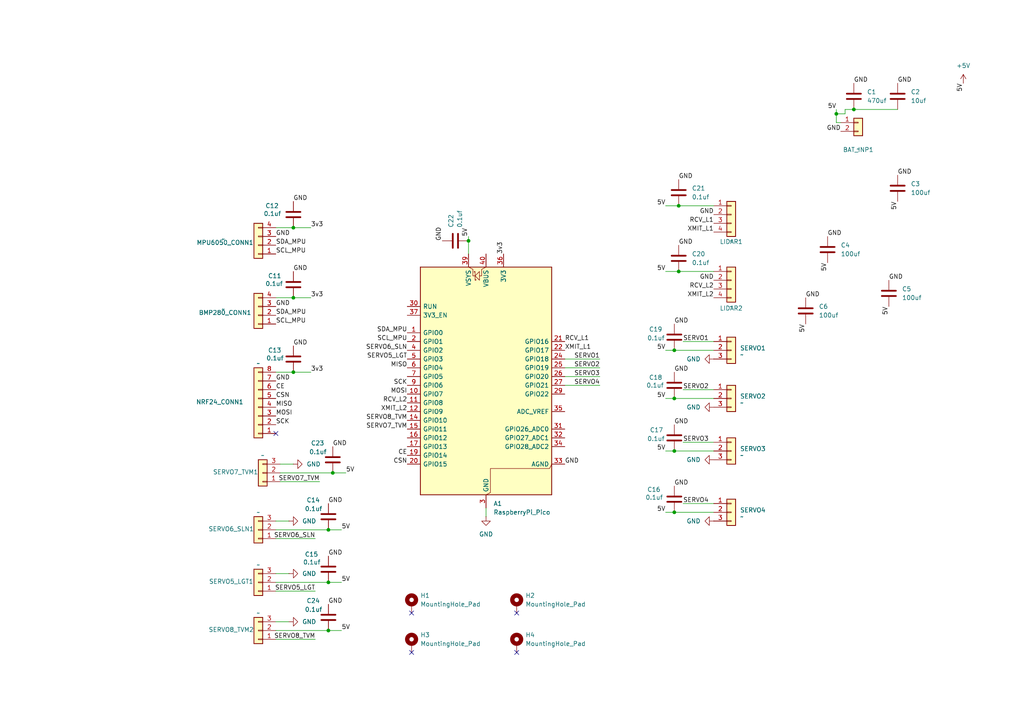
<source format=kicad_sch>
(kicad_sch (version 20250114) (generator "eeschema") (generator_version "9.0")
  (paper "A4")
  (title_block (title "ASTRA-V"))
  (lib_symbols
    (symbol "Connector_Generic:Conn_01x02" (pin_names (offset 1.016) (hide yes))
      (property "Reference" "J" (at 0 2.54 0))
      (property "Value" "Conn_01x02" (at 0 -5.08 0))
      (symbol "Conn_01x02_1_1"
        (rectangle (start -1.27 1.27) (end 1.27 -3.81) (stroke (width 0.254)) (fill (type background)))
        (rectangle (start -1.27 0.127) (end 0 -0.127) (stroke (width 0.1524)))
        (rectangle (start -1.27 -2.413) (end 0 -2.667) (stroke (width 0.1524)))
        (pin output line (at -5.08 0 0) (length 3.81) (name "Pin_1") (number "1"))
        (pin output line (at -5.08 -2.54 0) (length 3.81) (name "Pin_2") (number "2"))
      )
    )
    (symbol "Connector_Generic:Conn_01x03" (pin_names (offset 1.016) (hide yes))
      (property "Reference" "J" (at 0 5.08 0))
      (property "Value" "Conn_01x03" (at 0 -5.08 0))
      (symbol "Conn_01x03_1_1"
        (rectangle (start -1.27 3.81) (end 1.27 -3.81) (stroke (width 0.254)) (fill (type background)))
        (rectangle (start -1.27 2.667) (end 0 2.413) (stroke (width 0.1524)))
        (rectangle (start -1.27 0.127) (end 0 -0.127) (stroke (width 0.1524)))
        (rectangle (start -1.27 -2.413) (end 0 -2.667) (stroke (width 0.1524)))
        (pin passive line (at -5.08 2.54 0) (length 3.81) (name "Pin_1") (number "1"))
        (pin passive line (at -5.08 0 0) (length 3.81) (name "Pin_2") (number "2"))
        (pin passive line (at -5.08 -2.54 0) (length 3.81) (name "Pin_3") (number "3"))
      )
    )
    (symbol "Connector_Generic:Conn_01x04" (pin_names (offset 1.016) (hide yes))
      (property "Reference" "J" (at 0 5.08 0))
      (property "Value" "Conn_01x04" (at 0 -7.62 0))
      (symbol "Conn_01x04_1_1"
        (rectangle (start -1.27 3.81) (end 1.27 -6.35) (stroke (width 0.254)) (fill (type background)))
        (rectangle (start -1.27 2.667) (end 0 2.413) (stroke (width 0.1524)))
        (rectangle (start -1.27 0.127) (end 0 -0.127) (stroke (width 0.1524)))
        (rectangle (start -1.27 -2.413) (end 0 -2.667) (stroke (width 0.1524)))
        (rectangle (start -1.27 -4.953) (end 0 -5.207) (stroke (width 0.1524)))
        (pin passive line (at -5.08 2.54 0) (length 3.81) (name "Pin_1") (number "1"))
        (pin passive line (at -5.08 0 0) (length 3.81) (name "Pin_2") (number "2"))
        (pin passive line (at -5.08 -2.54 0) (length 3.81) (name "Pin_3") (number "3"))
        (pin passive line (at -5.08 -5.08 0) (length 3.81) (name "Pin_4") (number "4"))
      )
    )
    (symbol "Connector_Generic:Conn_01x08" (pin_names (offset 1.016) (hide yes))
      (property "Reference" "J" (at 0 10.16 0))
      (property "Value" "Conn_01x08" (at 0 -12.7 0))
      (symbol "Conn_01x08_1_1"
        (rectangle (start -1.27 8.89) (end 1.27 -11.43) (stroke (width 0.254)) (fill (type background)))
        (rectangle (start -1.27 7.747) (end 0 7.493) (stroke (width 0.1524)))
        (rectangle (start -1.27 5.207) (end 0 4.953) (stroke (width 0.1524)))
        (rectangle (start -1.27 2.667) (end 0 2.413) (stroke (width 0.1524)))
        (rectangle (start -1.27 0.127) (end 0 -0.127) (stroke (width 0.1524)))
        (rectangle (start -1.27 -2.413) (end 0 -2.667) (stroke (width 0.1524)))
        (rectangle (start -1.27 -4.953) (end 0 -5.207) (stroke (width 0.1524)))
        (rectangle (start -1.27 -7.493) (end 0 -7.747) (stroke (width 0.1524)))
        (rectangle (start -1.27 -10.033) (end 0 -10.287) (stroke (width 0.1524)))
        (pin passive line (at -5.08 7.62 0) (length 3.81) (name "Pin_1") (number "1"))
        (pin passive line (at -5.08 5.08 0) (length 3.81) (name "Pin_2") (number "2"))
        (pin passive line (at -5.08 2.54 0) (length 3.81) (name "Pin_3") (number "3"))
        (pin passive line (at -5.08 0 0) (length 3.81) (name "Pin_4") (number "4"))
        (pin passive line (at -5.08 -2.54 0) (length 3.81) (name "Pin_5") (number "5"))
        (pin passive line (at -5.08 -5.08 0) (length 3.81) (name "Pin_6") (number "6"))
        (pin passive line (at -5.08 -7.62 0) (length 3.81) (name "Pin_7") (number "7"))
        (pin passive line (at -5.08 -10.16 0) (length 3.81) (name "Pin_8") (number "8"))
      )
    )
    (symbol "Device:C" (pin_numbers (hide yes)) (pin_names (offset 0.254))
      (property "Reference" "C" (at 0.635 2.54 0))
      (property "Value" "C" (at 0.635 -2.54 0))
      (symbol "C_0_1"
        (polyline (pts (xy -2.032 0.762) (xy 2.032 0.762)) (stroke (width 0.508)))
        (polyline (pts (xy -2.032 -0.762) (xy 2.032 -0.762)) (stroke (width 0.508)))
      )
      (symbol "C_1_1"
        (pin passive line (at 0 3.81 270) (length 2.794) (name "~") (number "1"))
        (pin passive line (at 0 -3.81 90) (length 2.794) (name "~") (number "2"))
      )
    )
    (symbol "GND_1" (power) (pin_numbers (hide yes)) (pin_names (offset 0) (hide yes))
      (property "Value" "GND" (at 0 -3.81 0))
      (symbol "GND_1_0_1"
        (polyline (pts (xy 0 0) (xy 0 -1.27) (xy 1.27 -1.27) (xy 0 -2.54) (xy -1.27 -1.27) (xy 0 -1.27)))
      )
      (symbol "GND_1_1_1"
        (pin power_in line (at 0 0 270) (length 0) (name "~") (number "1"))
      )
    )
    (symbol "GND_2" (power) (pin_numbers (hide yes)) (pin_names (offset 0) (hide yes))
      (property "Value" "GND" (at 0 -3.81 0))
      (symbol "GND_2_0_1"
        (polyline (pts (xy 0 0) (xy 0 -1.27) (xy 1.27 -1.27) (xy 0 -2.54) (xy -1.27 -1.27) (xy 0 -1.27)))
      )
      (symbol "GND_2_1_1"
        (pin power_in line (at 0 0 270) (length 0) (name "~") (number "1"))
      )
    )
    (symbol "MCU_Module:RaspberryPi_Pico" (pin_names (offset 0.762))
      (property "Reference" "A" (at -19.05 35.56 0))
      (property "Value" "RaspberryPi_Pico" (at 7.62 35.56 0))
      (symbol "RaspberryPi_Pico_0_1"
        (rectangle (start -19.05 34.29) (end 19.05 -31.75) (stroke (width 0.254)) (fill (type background)))
        (polyline (pts (xy -5.08 34.29) (xy -3.81 33.655) (xy -3.81 31.75) (xy -3.175 31.75)))
        (polyline (pts (xy -3.429 32.766) (xy -3.429 33.02) (xy -3.175 33.02) (xy -3.175 30.48) (xy -2.921 30.48) (xy -2.921 30.734)))
        (polyline (pts (xy -3.175 31.75) (xy -1.905 33.02) (xy -1.905 30.48) (xy -3.175 31.75)))
        (polyline (pts (xy 0 34.29) (xy -1.27 33.655) (xy -1.27 31.75) (xy -1.905 31.75)))
        (polyline (pts (xy 0 -31.75) (xy 1.27 -31.115) (xy 1.27 -24.13) (xy 18.415 -24.13) (xy 19.05 -22.86)))
      )
      (symbol "RaspberryPi_Pico_1_1"
        (pin passive line (at -22.86 22.86 0) (length 3.81) (name "RUN") (number "30"))
        (pin passive line (at -22.86 20.32 0) (length 3.81) (name "3V3_EN") (number "37"))
        (pin bidirectional line (at -22.86 15.24 0) (length 3.81) (name "GPIO0") (number "1"))
        (pin bidirectional line (at -22.86 12.7 0) (length 3.81) (name "GPIO1") (number "2"))
        (pin bidirectional line (at -22.86 10.16 0) (length 3.81) (name "GPIO2") (number "4"))
        (pin bidirectional line (at -22.86 7.62 0) (length 3.81) (name "GPIO3") (number "5"))
        (pin bidirectional line (at -22.86 5.08 0) (length 3.81) (name "GPIO4") (number "6"))
        (pin bidirectional line (at -22.86 2.54 0) (length 3.81) (name "GPIO5") (number "7"))
        (pin bidirectional line (at -22.86 0 0) (length 3.81) (name "GPIO6") (number "9"))
        (pin bidirectional line (at -22.86 -2.54 0) (length 3.81) (name "GPIO7") (number "10"))
        (pin bidirectional line (at -22.86 -5.08 0) (length 3.81) (name "GPIO8") (number "11"))
        (pin bidirectional line (at -22.86 -7.62 0) (length 3.81) (name "GPIO9") (number "12"))
        (pin bidirectional line (at -22.86 -10.16 0) (length 3.81) (name "GPIO10") (number "14"))
        (pin bidirectional line (at -22.86 -12.7 0) (length 3.81) (name "GPIO11") (number "15"))
        (pin bidirectional line (at -22.86 -15.24 0) (length 3.81) (name "GPIO12") (number "16"))
        (pin bidirectional line (at -22.86 -17.78 0) (length 3.81) (name "GPIO13") (number "17"))
        (pin bidirectional line (at -22.86 -20.32 0) (length 3.81) (name "GPIO14") (number "19"))
        (pin bidirectional line (at -22.86 -22.86 0) (length 3.81) (name "GPIO15") (number "20"))
        (pin power_in line (at -5.08 38.1 270) (length 3.81) (name "VSYS") (number "39"))
        (pin power_out line (at 0 38.1 270) (length 3.81) (name "VBUS") (number "40"))
        (pin passive line (at 0 -35.56 90) (length 3.81) (hide yes) (name "GND") (number "13"))
        (pin passive line (at 0 -35.56 90) (length 3.81) (hide yes) (name "GND") (number "18"))
        (pin passive line (at 0 -35.56 90) (length 3.81) (hide yes) (name "GND") (number "23"))
        (pin passive line (at 0 -35.56 90) (length 3.81) (hide yes) (name "GND") (number "28"))
        (pin power_out line (at 0 -35.56 90) (length 3.81) (name "GND") (number "3"))
        (pin passive line (at 0 -35.56 90) (length 3.81) (hide yes) (name "GND") (number "38"))
        (pin passive line (at 0 -35.56 90) (length 3.81) (hide yes) (name "GND") (number "8"))
        (pin power_out line (at 5.08 38.1 270) (length 3.81) (name "3V3") (number "36"))
        (pin bidirectional line (at 22.86 12.7 180) (length 3.81) (name "GPIO16") (number "21"))
        (pin bidirectional line (at 22.86 10.16 180) (length 3.81) (name "GPIO17") (number "22"))
        (pin bidirectional line (at 22.86 7.62 180) (length 3.81) (name "GPIO18") (number "24"))
        (pin bidirectional line (at 22.86 5.08 180) (length 3.81) (name "GPIO19") (number "25"))
        (pin bidirectional line (at 22.86 2.54 180) (length 3.81) (name "GPIO20") (number "26"))
        (pin bidirectional line (at 22.86 0 180) (length 3.81) (name "GPIO21") (number "27"))
        (pin bidirectional line (at 22.86 -2.54 180) (length 3.81) (name "GPIO22") (number "29"))
        (pin power_in line (at 22.86 -7.62 180) (length 3.81) (name "ADC_VREF") (number "35"))
        (pin bidirectional line (at 22.86 -12.7 180) (length 3.81) (name "GPIO26_ADC0") (number "31"))
        (pin bidirectional line (at 22.86 -15.24 180) (length 3.81) (name "GPIO27_ADC1") (number "32"))
        (pin bidirectional line (at 22.86 -17.78 180) (length 3.81) (name "GPIO28_ADC2") (number "34"))
        (pin power_out line (at 22.86 -22.86 180) (length 3.81) (name "AGND") (number "33"))
      )
    )
    (symbol "Mechanical:MountingHole_Pad" (pin_numbers (hide yes)) (pin_names (offset 1.016) (hide yes)) (in_bom no)
      (property "Reference" "H" (at 0 6.35 0))
      (property "Value" "MountingHole_Pad" (at 0 4.445 0))
      (symbol "MountingHole_Pad_0_1"
        (circle (center 0 1.27) (radius 1.27) (stroke (width 1.27)))
      )
      (symbol "MountingHole_Pad_1_1"
        (pin input line (at 0 -2.54 90) (length 2.54) (name "1") (number "1"))
      )
    )
    (symbol "power:+5V" (power) (pin_numbers (hide yes)) (pin_names (offset 0) (hide yes))
      (property "Value" "+5V" (at 0 5.08 0))
      (symbol "+5V_0_1"
        (polyline (pts (xy -0.762 1.27) (xy 0 2.54)))
        (polyline (pts (xy 0 2.54) (xy 0.762 1.27)))
        (polyline (pts (xy 0 0) (xy 0 2.54)))
      )
      (symbol "+5V_1_1"
        (pin power_out line (at 0 0 90) (length 0) (name "~") (number "1"))
      )
    )
  )
  (junction (at 85.09 66.04))
  (junction (at 247.65 31.75))
  (junction (at 95.25 153.67))
  (junction (at 96.52 137.16))
  (junction (at 85.09 86.36))
  (junction (at 196.85 78.74))
  (junction (at 135.89 69.85))
  (junction (at 195.58 130.81))
  (junction (at 85.09 107.95))
  (junction (at 195.58 115.57))
  (junction (at 195.58 101.6))
  (junction (at 95.25 168.91))
  (junction (at 242.57 33.02))
  (junction (at 95.25 182.88))
  (junction (at 195.58 148.59))
  (junction (at 196.85 59.69))
  (no_connect (at 119.38 177.8))
  (no_connect (at 119.38 189.23))
  (no_connect (at 149.86 177.8))
  (no_connect (at 80.01 125.73))
  (no_connect (at 149.86 189.23))
  (wire (pts (xy 99.06 153.67) (xy 95.25 153.67)))
  (wire (pts (xy 100.33 137.16) (xy 96.52 137.16)))
  (wire (pts (xy 193.04 130.81) (xy 195.58 130.81)))
  (wire (pts (xy 83.82 166.37) (xy 80.01 166.37)))
  (wire (pts (xy 140.97 147.32) (xy 140.97 149.86)))
  (wire (pts (xy 92.71 139.7) (xy 81.28 139.7)))
  (wire (pts (xy 195.58 148.59) (xy 207.01 148.59)))
  (wire (pts (xy 243.84 35.56) (xy 242.57 35.56)))
  (wire (pts (xy 85.09 66.04) (xy 80.01 66.04)))
  (wire (pts (xy 91.44 156.21) (xy 80.01 156.21)))
  (wire (pts (xy 196.85 78.74) (xy 207.01 78.74)))
  (wire (pts (xy 90.17 66.04) (xy 85.09 66.04)))
  (wire (pts (xy 99.06 168.91) (xy 95.25 168.91)))
  (wire (pts (xy 83.82 180.34) (xy 80.01 180.34)))
  (wire (pts (xy 85.09 107.95) (xy 80.01 107.95)))
  (wire (pts (xy 90.17 86.36) (xy 85.09 86.36)))
  (wire (pts (xy 135.89 69.85) (xy 135.89 73.66)))
  (wire (pts (xy 198.12 128.27) (xy 207.01 128.27)))
  (wire (pts (xy 193.04 78.74) (xy 196.85 78.74)))
  (wire (pts (xy 96.52 137.16) (xy 81.28 137.16)))
  (wire (pts (xy 245.11 31.75) (xy 245.11 33.02)))
  (wire (pts (xy 85.09 86.36) (xy 80.01 86.36)))
  (wire (pts (xy 247.65 31.75) (xy 260.35 31.75)))
  (wire (pts (xy 91.44 185.42) (xy 80.01 185.42)))
  (wire (pts (xy 198.12 146.05) (xy 207.01 146.05)))
  (wire (pts (xy 193.04 148.59) (xy 195.58 148.59)))
  (wire (pts (xy 163.83 106.68) (xy 173.99 106.68)))
  (wire (pts (xy 245.11 33.02) (xy 242.57 33.02)))
  (wire (pts (xy 91.44 171.45) (xy 80.01 171.45)))
  (wire (pts (xy 193.04 115.57) (xy 195.58 115.57)))
  (wire (pts (xy 99.06 182.88) (xy 95.25 182.88)))
  (wire (pts (xy 196.85 59.69) (xy 207.01 59.69)))
  (wire (pts (xy 245.11 31.75) (xy 247.65 31.75)))
  (wire (pts (xy 198.12 99.06) (xy 207.01 99.06)))
  (wire (pts (xy 195.58 115.57) (xy 207.01 115.57)))
  (wire (pts (xy 163.83 111.76) (xy 173.99 111.76)))
  (wire (pts (xy 193.04 101.6) (xy 195.58 101.6)))
  (wire (pts (xy 195.58 101.6) (xy 207.01 101.6)))
  (wire (pts (xy 95.25 168.91) (xy 80.01 168.91)))
  (wire (pts (xy 90.17 107.95) (xy 85.09 107.95)))
  (wire (pts (xy 242.57 33.02) (xy 242.57 31.75)))
  (wire (pts (xy 95.25 182.88) (xy 80.01 182.88)))
  (wire (pts (xy 195.58 130.81) (xy 207.01 130.81)))
  (wire (pts (xy 83.82 151.13) (xy 80.01 151.13)))
  (wire (pts (xy 135.89 68.58) (xy 135.89 69.85)))
  (wire (pts (xy 193.04 59.69) (xy 196.85 59.69)))
  (wire (pts (xy 163.83 104.14) (xy 173.99 104.14)))
  (wire (pts (xy 95.25 153.67) (xy 80.01 153.67)))
  (wire (pts (xy 163.83 109.22) (xy 173.99 109.22)))
  (wire (pts (xy 85.09 134.62) (xy 81.28 134.62)))
  (wire (pts (xy 242.57 35.56) (xy 242.57 33.02)))
  (wire (pts (xy 198.12 113.03) (xy 207.01 113.03)))
  (label "5V" (at 257.81 88.9 270))
  (label "XMIT_L1" (at 207.01 67.31 180))
  (label "SERVO7_TVM" (at 118.11 124.46 180))
  (label "5V" (at 193.04 78.74 180))
  (label "MOSI" (at 80.01 120.65 0))
  (label "GND" (at 80.01 88.9 0))
  (label "5V" (at 193.04 115.57 180))
  (label "GND" (at 195.58 123.19 0))
  (label "SCL_MPU" (at 80.01 93.98 0))
  (label "GND" (at 240.03 68.58 0))
  (label "SERVO6_SLN" (at 118.11 101.6 180))
  (label "GND" (at 207.01 62.23 180))
  (label "GND" (at 128.27 69.85 90))
  (label "GND" (at 195.58 93.98 0))
  (label "SERVO5_LGT" (at 91.44 171.45 180))
  (label "MOSI" (at 118.11 114.3 180))
  (label "SERVO1" (at 173.99 104.14 180))
  (label "GND" (at 163.83 134.62 0))
  (label "GND" (at 260.35 50.8 0))
  (label "GND" (at 196.85 52.07 0))
  (label "3v3" (at 146.05 73.66 90))
  (label "SERVO4" (at 198.12 146.05 0))
  (label "GND" (at 195.58 140.97 0))
  (label "5V" (at 193.04 148.59 180))
  (label "SCK" (at 80.01 123.19 0))
  (label "XMIT_L1" (at 163.83 101.6 0))
  (label "GND" (at 233.68 86.36 0))
  (label "5V" (at 193.04 59.69 180))
  (label "XMIT_L2" (at 118.11 119.38 180))
  (label "MISO" (at 80.01 118.11 0))
  (label "SERVO8_TVM" (at 118.11 121.92 180))
  (label "SDA_MPU" (at 80.01 71.12 0))
  (label "SERVO1" (at 198.12 99.06 0))
  (label "GND" (at 85.09 78.74 0))
  (label "3v3" (at 90.17 86.36 0))
  (label "GND" (at 96.52 129.54 0))
  (label "5V" (at 135.89 68.58 90))
  (label "CSN" (at 118.11 134.62 180))
  (label "GND" (at 85.09 100.33 0))
  (label "5V" (at 240.03 76.2 270))
  (label "RCV_L1" (at 207.01 64.77 180))
  (label "CE" (at 118.11 132.08 180))
  (label "SERVO3" (at 173.99 109.22 180))
  (label "SDA_MPU" (at 118.11 96.52 180))
  (label "CE" (at 80.01 113.03 0))
  (label "5V" (at 99.06 182.88 0))
  (label "SERVO6_SLN" (at 91.44 156.21 180))
  (label "5V" (at 193.04 101.6 180))
  (label "GND" (at 196.85 71.12 0))
  (label "XMIT_L2" (at 207.01 86.36 180))
  (label "SERVO2" (at 198.12 113.03 0))
  (label "5V" (at 99.06 153.67 0))
  (label "GND" (at 95.25 146.05 0))
  (label "3v3" (at 90.17 66.04 0))
  (label "SERVO5_LGT" (at 118.11 104.14 180))
  (label "5V" (at 242.57 31.75 180))
  (label "GND" (at 260.35 24.13 0))
  (label "SDA_MPU" (at 80.01 91.44 0))
  (label "SERVO7_TVM" (at 92.71 139.7 180))
  (label "GND" (at 195.58 107.95 0))
  (label "GND" (at 80.01 110.49 0))
  (label "RCV_L2" (at 207.01 83.82 180))
  (label "GND" (at 80.01 68.58 0))
  (label "SERVO4" (at 173.99 111.76 180))
  (label "MISO" (at 118.11 106.68 180))
  (label "SERVO3" (at 198.12 128.27 0))
  (label "5V" (at 193.04 130.81 180))
  (label "GND" (at 207.01 81.28 180))
  (label "5V" (at 260.35 58.42 270))
  (label "SCL_MPU" (at 118.11 99.06 180))
  (label "GND" (at 95.25 175.26 0))
  (label "GND" (at 247.65 24.13 0))
  (label "SCL_MPU" (at 80.01 73.66 0))
  (label "GND" (at 85.09 58.42 0))
  (label "SERVO8_TVM" (at 91.44 185.42 180))
  (label "GND" (at 243.84 38.1 180))
  (label "SCK" (at 118.11 111.76 180))
  (label "SERVO2" (at 173.99 106.68 180))
  (label "5V" (at 233.68 93.98 270))
  (label "GND" (at 95.25 161.29 0))
  (label "5V" (at 100.33 137.16 0))
  (label "RCV_L2" (at 118.11 116.84 180))
  (label "5V" (at 279.4 24.13 270))
  (label "CSN" (at 80.01 115.57 0))
  (label "5V" (at 99.06 168.91 0))
  (label "3v3" (at 90.17 107.95 0))
  (label "RCV_L1" (at 163.83 99.06 0))
  (label "GND" (at 257.81 81.28 0))
  (symbol (lib_id "Connector_Generic:Conn_01x04") (at 74.93 91.44 180) (unit 1)
    (property "Reference" "BMP280_CONN1" (at 65.278 90.678 0))
    (property "Value" "~" (at 64.77 89.662 0))
    (property "Footprint" "Connector_PinHeader_2.54mm:PinHeader_1x04_P2.54mm_Vertical" (effects (hide yes)))
    (property "Description" "Generic connector, single row, 01x04, script generated (kicad-library-utils/schlib/autogen/connector/)" (effects (hide yes)))
  )
  (symbol (lib_id "Connector_Generic:Conn_01x03") (at 212.09 148.59 0) (unit 1)
    (property "Reference" "SERVO4" (at 214.63 147.9549 0) (effects (justify left)))
    (property "Value" "~" (at 214.63 149.86 0) (effects (justify left)))
    (property "Footprint" "Connector_PinHeader_2.54mm:PinHeader_1x03_P2.54mm_Vertical" (effects (hide yes)))
    (property "Description" "Generic connector, single row, 01x03, script generated (kicad-library-utils/schlib/autogen/connector/)" (effects (hide yes)))
  )
  (symbol (lib_id "Device:C") (at 85.09 82.55 0) (unit 1)
    (property "Reference" "C11" (at 77.724 80.01 0) (effects (justify left)))
    (property "Value" "0.1uf" (at 76.962 82.296 0) (effects (justify left)))
    (property "Footprint" "Capacitor_THT:C_Disc_D3.0mm_W1.6mm_P2.50mm" (effects (hide yes)))
    (property "Description" "Unpolarized capacitor" (effects (hide yes)))
  )
  (symbol (lib_id "Device:C") (at 240.03 72.39 180) (unit 1)
    (property "Reference" "C4" (at 243.84 71.1199 0) (effects (justify right)))
    (property "Value" "100uf" (at 243.84 73.6599 0) (effects (justify right)))
    (property "Footprint" "Capacitor_THT:CP_Radial_D6.3mm_P2.50mm" (effects (hide yes)))
    (property "Description" "Unpolarized capacitor" (effects (hide yes)))
  )
  (symbol (lib_id "Device:C") (at 85.09 104.14 0) (unit 1)
    (property "Reference" "C13" (at 77.724 101.6 0) (effects (justify left)))
    (property "Value" "0.1uf" (at 77.216 103.886 0) (effects (justify left)))
    (property "Footprint" "Capacitor_THT:C_Disc_D3.0mm_W1.6mm_P2.50mm" (effects (hide yes)))
    (property "Description" "Unpolarized capacitor" (effects (hide yes)))
  )
  (symbol (lib_name "GND_2") (lib_id "power:GND") (at 85.09 134.62 90) (unit 1)
    (property "Reference" "#PWR013" (effects (hide yes)))
    (property "Value" "GND" (at 88.9 134.6201 90) (effects (justify right)))
    (property "Description" "Power symbol creates a global label with name \"GND\" , ground" (effects (hide yes)))
  )
  (symbol (lib_id "Connector_Generic:Conn_01x03") (at 212.09 130.81 0) (unit 1)
    (property "Reference" "SERVO3" (at 214.63 130.1749 0) (effects (justify left)))
    (property "Value" "~" (at 214.63 132.08 0) (effects (justify left)))
    (property "Footprint" "Connector_PinHeader_2.54mm:PinHeader_1x03_P2.54mm_Vertical" (effects (hide yes)))
    (property "Description" "Generic connector, single row, 01x03, script generated (kicad-library-utils/schlib/autogen/connector/)" (effects (hide yes)))
  )
  (symbol (lib_id "Mechanical:MountingHole_Pad") (at 119.38 175.26 0) (unit 1) (in_bom no)
    (property "Reference" "H1" (at 121.92 172.7199 0) (effects (justify left)))
    (property "Value" "MountingHole_Pad" (at 121.92 175.2599 0) (effects (justify left)))
    (property "Footprint" "MountingHole:MountingHole_2.2mm_M2_Pad_Via" (effects (hide yes)))
    (property "Description" "Mounting Hole with connection" (effects (hide yes)))
  )
  (symbol (lib_id "Device:C") (at 257.81 85.09 180) (unit 1)
    (property "Reference" "C5" (at 261.62 83.8199 0) (effects (justify right)))
    (property "Value" "100uf" (at 261.62 86.3599 0) (effects (justify right)))
    (property "Footprint" "Capacitor_THT:CP_Radial_D6.3mm_P2.50mm" (effects (hide yes)))
    (property "Description" "Unpolarized capacitor" (effects (hide yes)))
  )
  (symbol (lib_id "Device:C") (at 195.58 127 0) (unit 1)
    (property "Reference" "C17" (at 188.468 124.714 0) (effects (justify left)))
    (property "Value" "0.1uf" (at 187.706 127.254 0) (effects (justify left)))
    (property "Footprint" "Capacitor_THT:C_Disc_D3.0mm_W1.6mm_P2.50mm" (effects (hide yes)))
    (property "Description" "Unpolarized capacitor" (effects (hide yes)))
  )
  (symbol (lib_id "Connector_Generic:Conn_01x03") (at 74.93 168.91 180) (unit 1)
    (property "Reference" "SERVO5_LGT1" (at 67.056 168.656 0))
    (property "Value" "~" (at 74.93 163.83 0))
    (property "Footprint" "Connector_PinHeader_2.54mm:PinHeader_1x03_P2.54mm_Vertical" (effects (hide yes)))
    (property "Description" "Generic connector, single row, 01x03, script generated (kicad-library-utils/schlib/autogen/connector/)" (effects (hide yes)))
  )
  (symbol (lib_name "GND_2") (lib_id "power:GND") (at 207.01 118.11 270) (unit 1)
    (property "Reference" "#PWR07" (effects (hide yes)))
    (property "Value" "GND" (at 203.2 118.1099 90) (effects (justify right)))
    (property "Description" "Power symbol creates a global label with name \"GND\" , ground" (effects (hide yes)))
  )
  (symbol (lib_id "Connector_Generic:Conn_01x03") (at 74.93 153.67 180) (unit 1)
    (property "Reference" "SERVO6_SLN1" (at 67.056 153.416 0))
    (property "Value" "~" (at 74.93 148.59 0))
    (property "Footprint" "Connector_PinHeader_2.54mm:PinHeader_1x03_P2.54mm_Vertical" (effects (hide yes)))
    (property "Description" "Generic connector, single row, 01x03, script generated (kicad-library-utils/schlib/autogen/connector/)" (effects (hide yes)))
  )
  (symbol (lib_name "GND_2") (lib_id "power:GND") (at 207.01 104.14 270) (unit 1)
    (property "Reference" "#PWR08" (effects (hide yes)))
    (property "Value" "GND" (at 203.2 104.1399 90) (effects (justify right)))
    (property "Description" "Power symbol creates a global label with name \"GND\" , ground" (effects (hide yes)))
  )
  (symbol (lib_id "Device:C") (at 233.68 90.17 180) (unit 1)
    (property "Reference" "C6" (at 237.49 88.8999 0) (effects (justify right)))
    (property "Value" "100uf" (at 237.49 91.4399 0) (effects (justify right)))
    (property "Footprint" "Capacitor_THT:CP_Radial_D6.3mm_P2.50mm" (effects (hide yes)))
    (property "Description" "Unpolarized capacitor" (effects (hide yes)))
  )
  (symbol (lib_id "Connector_Generic:Conn_01x02") (at 248.92 35.56 0) (unit 1)
    (property "Reference" "BAT_INP1" (at 248.92 43.434 0))
    (property "Value" "~" (at 248.92 43.18 0))
    (property "Footprint" "TerminalBlock:TerminalBlock_bornier-2_P5.08mm" (effects (hide yes)))
    (property "Description" "Generic connector, single row, 01x02, script generated (kicad-library-utils/schlib/autogen/connector/)" (effects (hide yes)))
  )
  (symbol (lib_id "Connector_Generic:Conn_01x03") (at 212.09 115.57 0) (unit 1)
    (property "Reference" "SERVO2" (at 214.63 114.9349 0) (effects (justify left)))
    (property "Value" "~" (at 214.63 116.84 0) (effects (justify left)))
    (property "Footprint" "Connector_PinHeader_2.54mm:PinHeader_1x03_P2.54mm_Vertical" (effects (hide yes)))
    (property "Description" "Generic connector, single row, 01x03, script generated (kicad-library-utils/schlib/autogen/connector/)" (effects (hide yes)))
  )
  (symbol (lib_id "Device:C") (at 132.08 69.85 90) (unit 1)
    (property "Reference" "C22" (at 130.8099 66.04 0) (effects (justify left)))
    (property "Value" "0.1uf" (at 133.3499 66.04 0) (effects (justify left)))
    (property "Footprint" "Capacitor_THT:C_Disc_D3.0mm_W1.6mm_P2.50mm" (effects (hide yes)))
    (property "Description" "Unpolarized capacitor" (effects (hide yes)))
  )
  (symbol (lib_id "Device:C") (at 247.65 27.94 180) (unit 1)
    (property "Reference" "C1" (at 251.46 26.6699 0) (effects (justify right)))
    (property "Value" "470uf" (at 251.46 29.2099 0) (effects (justify right)))
    (property "Footprint" "Capacitor_THT:CP_Radial_D10.0mm_P5.00mm" (effects (hide yes)))
    (property "Description" "Unpolarized capacitor" (effects (hide yes)))
  )
  (symbol (lib_id "Device:C") (at 95.25 149.86 0) (unit 1)
    (property "Reference" "C14" (at 88.9 145.034 0) (effects (justify left)))
    (property "Value" "0.1uf" (at 88.392 147.574 0) (effects (justify left)))
    (property "Footprint" "Capacitor_THT:C_Disc_D3.0mm_W1.6mm_P2.50mm" (effects (hide yes)))
    (property "Description" "Unpolarized capacitor" (effects (hide yes)))
  )
  (symbol (lib_name "GND_2") (lib_id "power:GND") (at 207.01 133.35 270) (unit 1)
    (property "Reference" "#PWR06" (effects (hide yes)))
    (property "Value" "GND" (at 203.2 133.3499 90) (effects (justify right)))
    (property "Description" "Power symbol creates a global label with name \"GND\" , ground" (effects (hide yes)))
  )
  (symbol (lib_id "Device:C") (at 195.58 111.76 0) (unit 1)
    (property "Reference" "C18" (at 188.214 109.474 0) (effects (justify left)))
    (property "Value" "0.1uf" (at 187.452 111.76 0) (effects (justify left)))
    (property "Footprint" "Capacitor_THT:C_Disc_D3.0mm_W1.6mm_P2.50mm" (effects (hide yes)))
    (property "Description" "Unpolarized capacitor" (effects (hide yes)))
  )
  (symbol (lib_id "Connector_Generic:Conn_01x04") (at 212.09 81.28 0) (unit 1)
    (property "Reference" "LIDAR2" (at 212.09 89.408 0))
    (property "Value" "~" (at 212.09 88.9 0))
    (property "Footprint" "Connector_PinHeader_2.54mm:PinHeader_1x04_P2.54mm_Vertical" (effects (hide yes)))
    (property "Description" "Generic connector, single row, 01x04, script generated (kicad-library-utils/schlib/autogen/connector/)" (effects (hide yes)))
  )
  (symbol (lib_id "Device:C") (at 95.25 165.1 0) (unit 1)
    (property "Reference" "C15" (at 88.392 160.782 0) (effects (justify left)))
    (property "Value" "0.1uf" (at 87.884 163.068 0) (effects (justify left)))
    (property "Footprint" "Capacitor_THT:C_Disc_D3.0mm_W1.6mm_P2.50mm" (effects (hide yes)))
    (property "Description" "Unpolarized capacitor" (effects (hide yes)))
  )
  (symbol (lib_name "GND_2") (lib_id "power:GND") (at 83.82 166.37 90) (unit 1)
    (property "Reference" "#PWR011" (effects (hide yes)))
    (property "Value" "GND" (at 87.63 166.3701 90) (effects (justify right)))
    (property "Description" "Power symbol creates a global label with name \"GND\" , ground" (effects (hide yes)))
  )
  (symbol (lib_id "Connector_Generic:Conn_01x04") (at 212.09 62.23 0) (unit 1)
    (property "Reference" "LIDAR1" (at 212.09 70.104 0))
    (property "Value" "~" (at 212.09 69.85 0))
    (property "Footprint" "Connector_PinHeader_2.54mm:PinHeader_1x04_P2.54mm_Vertical" (effects (hide yes)))
    (property "Description" "Generic connector, single row, 01x04, script generated (kicad-library-utils/schlib/autogen/connector/)" (effects (hide yes)))
  )
  (symbol (lib_id "Device:C") (at 260.35 27.94 180) (unit 1)
    (property "Reference" "C2" (at 264.16 26.6699 0) (effects (justify right)))
    (property "Value" "10uf" (at 264.16 29.2099 0) (effects (justify right)))
    (property "Footprint" "Capacitor_THT:CP_Radial_D5.0mm_P2.00mm" (effects (hide yes)))
    (property "Description" "Unpolarized capacitor" (effects (hide yes)))
  )
  (symbol (lib_id "Device:C") (at 196.85 55.88 0) (unit 1)
    (property "Reference" "C21" (at 200.66 54.6099 0) (effects (justify left)))
    (property "Value" "0.1uf" (at 200.66 57.1499 0) (effects (justify left)))
    (property "Footprint" "Capacitor_THT:C_Disc_D3.0mm_W1.6mm_P2.50mm" (effects (hide yes)))
    (property "Description" "Unpolarized capacitor" (effects (hide yes)))
  )
  (symbol (lib_id "Device:C") (at 195.58 97.79 0) (unit 1)
    (property "Reference" "C19" (at 188.214 95.504 0) (effects (justify left)))
    (property "Value" "0.1uf" (at 187.706 98.044 0) (effects (justify left)))
    (property "Footprint" "Capacitor_THT:C_Disc_D3.0mm_W1.6mm_P2.50mm" (effects (hide yes)))
    (property "Description" "Unpolarized capacitor" (effects (hide yes)))
  )
  (symbol (lib_name "GND_2") (lib_id "power:GND") (at 83.82 180.34 90) (unit 1)
    (property "Reference" "#PWR014" (effects (hide yes)))
    (property "Value" "GND" (at 87.63 180.3401 90) (effects (justify right)))
    (property "Description" "Power symbol creates a global label with name \"GND\" , ground" (effects (hide yes)))
  )
  (symbol (lib_id "Connector_Generic:Conn_01x03") (at 76.2 137.16 180) (unit 1)
    (property "Reference" "SERVO7_TVM1" (at 68.326 136.906 0))
    (property "Value" "~" (at 76.2 132.08 0))
    (property "Footprint" "Connector_PinHeader_2.54mm:PinHeader_1x03_P2.54mm_Vertical" (effects (hide yes)))
    (property "Description" "Generic connector, single row, 01x03, script generated (kicad-library-utils/schlib/autogen/connector/)" (effects (hide yes)))
  )
  (symbol (lib_id "MCU_Module:RaspberryPi_Pico") (at 140.97 111.76 0) (unit 1)
    (property "Reference" "A1" (at 143.1133 146.05 0) (effects (justify left)))
    (property "Value" "RaspberryPi_Pico" (at 143.1133 148.59 0) (effects (justify left)))
    (property "Footprint" "Module:RaspberryPi_Pico_Common_Unspecified" (effects (hide yes)))
    (property "Datasheet" "https://datasheets.raspberrypi.com/pico/pico-datasheet.pdf" (effects (hide yes)))
    (property "Description" "Versatile and inexpensive microcontroller module powered by RP2040 dual-core Arm Cortex-M0+ processor up to 133 MHz, 264kB SRAM, 2MB QSPI flash; also supports Raspberry Pi Pico 2" (effects (hide yes)))
  )
  (symbol (lib_id "Connector_Generic:Conn_01x03") (at 212.09 101.6 0) (unit 1)
    (property "Reference" "SERVO1" (at 214.63 100.9649 0) (effects (justify left)))
    (property "Value" "~" (at 214.63 102.87 0) (effects (justify left)))
    (property "Footprint" "Connector_PinHeader_2.54mm:PinHeader_1x03_P2.54mm_Vertical" (effects (hide yes)))
    (property "Description" "Generic connector, single row, 01x03, script generated (kicad-library-utils/schlib/autogen/connector/)" (effects (hide yes)))
  )
  (symbol (lib_id "Connector_Generic:Conn_01x04") (at 74.93 71.12 180) (unit 1)
    (property "Reference" "MPU6050_CONN1" (at 65.278 70.358 0))
    (property "Value" "~" (at 64.77 69.342 0))
    (property "Footprint" "Connector_PinHeader_2.54mm:PinHeader_1x04_P2.54mm_Vertical" (effects (hide yes)))
    (property "Description" "Generic connector, single row, 01x04, script generated (kicad-library-utils/schlib/autogen/connector/)" (effects (hide yes)))
  )
  (symbol (lib_id "Device:C") (at 260.35 54.61 180) (unit 1)
    (property "Reference" "C3" (at 264.16 53.3399 0) (effects (justify right)))
    (property "Value" "100uf" (at 264.16 55.8799 0) (effects (justify right)))
    (property "Footprint" "Capacitor_THT:CP_Radial_D6.3mm_P2.50mm" (effects (hide yes)))
    (property "Description" "Unpolarized capacitor" (effects (hide yes)))
  )
  (symbol (lib_id "Mechanical:MountingHole_Pad") (at 119.38 186.69 0) (unit 1) (in_bom no)
    (property "Reference" "H3" (at 121.92 184.1499 0) (effects (justify left)))
    (property "Value" "MountingHole_Pad" (at 121.92 186.6899 0) (effects (justify left)))
    (property "Footprint" "MountingHole:MountingHole_2.2mm_M2_Pad_Via" (effects (hide yes)))
    (property "Description" "Mounting Hole with connection" (effects (hide yes)))
  )
  (symbol (lib_id "Mechanical:MountingHole_Pad") (at 149.86 186.69 0) (unit 1) (in_bom no)
    (property "Reference" "H4" (at 152.4 184.1499 0) (effects (justify left)))
    (property "Value" "MountingHole_Pad" (at 152.4 186.6899 0) (effects (justify left)))
    (property "Footprint" "MountingHole:MountingHole_2.2mm_M2_Pad_Via" (effects (hide yes)))
    (property "Description" "Mounting Hole with connection" (effects (hide yes)))
  )
  (symbol (lib_name "GND_2") (lib_id "power:GND") (at 207.01 151.13 270) (unit 1)
    (property "Reference" "#PWR05" (effects (hide yes)))
    (property "Value" "GND" (at 203.2 151.1299 90) (effects (justify right)))
    (property "Description" "Power symbol creates a global label with name \"GND\" , ground" (effects (hide yes)))
  )
  (symbol (lib_name "GND_1") (lib_id "power:GND") (at 140.97 149.86 0) (unit 1)
    (property "Reference" "#PWR04" (effects (hide yes)))
    (property "Value" "GND" (at 140.97 154.94 0))
    (property "Description" "Power symbol creates a global label with name \"GND\" , ground" (effects (hide yes)))
  )
  (symbol (lib_id "Device:C") (at 195.58 144.78 0) (unit 1)
    (property "Reference" "C16" (at 187.706 141.986 0) (effects (justify left)))
    (property "Value" "0.1uf" (at 187.198 144.272 0) (effects (justify left)))
    (property "Footprint" "Capacitor_THT:C_Disc_D3.0mm_W1.6mm_P2.50mm" (effects (hide yes)))
    (property "Description" "Unpolarized capacitor" (effects (hide yes)))
  )
  (symbol (lib_id "Connector_Generic:Conn_01x03") (at 74.93 182.88 180) (unit 1)
    (property "Reference" "SERVO8_TVM2" (at 67.056 182.626 0))
    (property "Value" "~" (at 74.93 177.8 0))
    (property "Footprint" "Connector_PinHeader_2.54mm:PinHeader_1x03_P2.54mm_Vertical" (effects (hide yes)))
    (property "Description" "Generic connector, single row, 01x03, script generated (kicad-library-utils/schlib/autogen/connector/)" (effects (hide yes)))
  )
  (symbol (lib_name "GND_2") (lib_id "power:GND") (at 83.82 151.13 90) (unit 1)
    (property "Reference" "#PWR012" (effects (hide yes)))
    (property "Value" "GND" (at 87.63 151.1301 90) (effects (justify right)))
    (property "Description" "Power symbol creates a global label with name \"GND\" , ground" (effects (hide yes)))
  )
  (symbol (lib_id "Device:C") (at 95.25 179.07 0) (unit 1)
    (property "Reference" "C24" (at 88.9 174.244 0) (effects (justify left)))
    (property "Value" "0.1uf" (at 88.392 176.784 0) (effects (justify left)))
    (property "Footprint" "Capacitor_THT:C_Disc_D3.0mm_W1.6mm_P2.50mm" (effects (hide yes)))
    (property "Description" "Unpolarized capacitor" (effects (hide yes)))
  )
  (symbol (lib_id "Device:C") (at 85.09 62.23 0) (unit 1)
    (property "Reference" "C12" (at 76.962 59.69 0) (effects (justify left)))
    (property "Value" "0.1uf" (at 76.454 61.976 0) (effects (justify left)))
    (property "Footprint" "Capacitor_THT:C_Disc_D3.0mm_W1.6mm_P2.50mm" (effects (hide yes)))
    (property "Description" "Unpolarized capacitor" (effects (hide yes)))
  )
  (symbol (lib_id "power:+5V") (at 279.4 24.13 0) (unit 1)
    (property "Reference" "#5V0101" (effects (hide yes)))
    (property "Value" "+5V" (at 279.4 19.05 0))
    (property "Description" "Power symbol creates a global label with name \"+5V\"" (effects (hide yes)))
  )
  (symbol (lib_id "Connector_Generic:Conn_01x08") (at 74.93 118.11 180) (unit 1)
    (property "Reference" "NRF24_CONN1" (at 63.754 116.586 0))
    (property "Value" "~" (at 74.93 105.41 0))
    (property "Footprint" "Connector_PinHeader_2.54mm:PinHeader_1x08_P2.54mm_Vertical" (effects (hide yes)))
    (property "Description" "Generic connector, single row, 01x08, script generated (kicad-library-utils/schlib/autogen/connector/)" (effects (hide yes)))
  )
  (symbol (lib_id "Device:C") (at 196.85 74.93 0) (unit 1)
    (property "Reference" "C20" (at 200.66 73.6599 0) (effects (justify left)))
    (property "Value" "0.1uf" (at 200.66 76.1999 0) (effects (justify left)))
    (property "Footprint" "Capacitor_THT:C_Disc_D3.0mm_W1.6mm_P2.50mm" (effects (hide yes)))
    (property "Description" "Unpolarized capacitor" (effects (hide yes)))
  )
  (symbol (lib_id "Device:C") (at 96.52 133.35 0) (unit 1)
    (property "Reference" "C23" (at 90.17 128.524 0) (effects (justify left)))
    (property "Value" "0.1uf" (at 89.662 131.064 0) (effects (justify left)))
    (property "Footprint" "Capacitor_THT:C_Disc_D3.0mm_W1.6mm_P2.50mm" (effects (hide yes)))
    (property "Description" "Unpolarized capacitor" (effects (hide yes)))
  )
  (symbol (lib_id "Mechanical:MountingHole_Pad") (at 149.86 175.26 0) (unit 1) (in_bom no)
    (property "Reference" "H2" (at 152.4 172.7199 0) (effects (justify left)))
    (property "Value" "MountingHole_Pad" (at 152.4 175.2599 0) (effects (justify left)))
    (property "Footprint" "MountingHole:MountingHole_2.2mm_M2_Pad_Via" (effects (hide yes)))
    (property "Description" "Mounting Hole with connection" (effects (hide yes)))
  )
)
</source>
